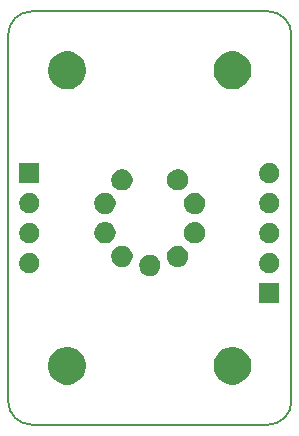
<source format=gbr>
G04 #@! TF.GenerationSoftware,KiCad,Pcbnew,5.1.5-52549c5~84~ubuntu19.10.1*
G04 #@! TF.CreationDate,2020-02-14T19:19:21+02:00*
G04 #@! TF.ProjectId,GB-BRK-TR-A,47422d42-524b-42d5-9452-2d412e6b6963,v1.0*
G04 #@! TF.SameCoordinates,Original*
G04 #@! TF.FileFunction,Soldermask,Top*
G04 #@! TF.FilePolarity,Negative*
%FSLAX46Y46*%
G04 Gerber Fmt 4.6, Leading zero omitted, Abs format (unit mm)*
G04 Created by KiCad (PCBNEW 5.1.5-52549c5~84~ubuntu19.10.1) date 2020-02-14 19:19:21*
%MOMM*%
%LPD*%
G04 APERTURE LIST*
%ADD10C,0.150000*%
%ADD11C,0.100000*%
G04 APERTURE END LIST*
D10*
X53000000Y-85000000D02*
G75*
G02X51000000Y-83000000I0J2000000D01*
G01*
X75000000Y-83000000D02*
G75*
G02X73000000Y-85000000I-2000000J0D01*
G01*
X73000000Y-50000000D02*
G75*
G02X75000000Y-52000000I0J-2000000D01*
G01*
X51000000Y-52000000D02*
G75*
G02X53000000Y-50000000I2000000J0D01*
G01*
X51000000Y-83000000D02*
X51000000Y-52000000D01*
X73000000Y-85000000D02*
X53000000Y-85000000D01*
X75000000Y-52000000D02*
X75000000Y-83000000D01*
X53000000Y-50000000D02*
X73000000Y-50000000D01*
D11*
G36*
X70466703Y-78461487D02*
G01*
X70466705Y-78461488D01*
X70466706Y-78461488D01*
X70757884Y-78582098D01*
X71019941Y-78757199D01*
X71242801Y-78980059D01*
X71417902Y-79242116D01*
X71538512Y-79533294D01*
X71600000Y-79842416D01*
X71600000Y-80157584D01*
X71538512Y-80466706D01*
X71417902Y-80757884D01*
X71242801Y-81019941D01*
X71019941Y-81242801D01*
X70757884Y-81417902D01*
X70466706Y-81538512D01*
X70466705Y-81538512D01*
X70466703Y-81538513D01*
X70157586Y-81600000D01*
X69842414Y-81600000D01*
X69533297Y-81538513D01*
X69533295Y-81538512D01*
X69533294Y-81538512D01*
X69242116Y-81417902D01*
X68980059Y-81242801D01*
X68757199Y-81019941D01*
X68582098Y-80757884D01*
X68461488Y-80466706D01*
X68400000Y-80157584D01*
X68400000Y-79842416D01*
X68461488Y-79533294D01*
X68582098Y-79242116D01*
X68757199Y-78980059D01*
X68980059Y-78757199D01*
X69242116Y-78582098D01*
X69533294Y-78461488D01*
X69533295Y-78461488D01*
X69533297Y-78461487D01*
X69842414Y-78400000D01*
X70157586Y-78400000D01*
X70466703Y-78461487D01*
G37*
G36*
X56466703Y-78461487D02*
G01*
X56466705Y-78461488D01*
X56466706Y-78461488D01*
X56757884Y-78582098D01*
X57019941Y-78757199D01*
X57242801Y-78980059D01*
X57417902Y-79242116D01*
X57538512Y-79533294D01*
X57600000Y-79842416D01*
X57600000Y-80157584D01*
X57538512Y-80466706D01*
X57417902Y-80757884D01*
X57242801Y-81019941D01*
X57019941Y-81242801D01*
X56757884Y-81417902D01*
X56466706Y-81538512D01*
X56466705Y-81538512D01*
X56466703Y-81538513D01*
X56157586Y-81600000D01*
X55842414Y-81600000D01*
X55533297Y-81538513D01*
X55533295Y-81538512D01*
X55533294Y-81538512D01*
X55242116Y-81417902D01*
X54980059Y-81242801D01*
X54757199Y-81019941D01*
X54582098Y-80757884D01*
X54461488Y-80466706D01*
X54400000Y-80157584D01*
X54400000Y-79842416D01*
X54461488Y-79533294D01*
X54582098Y-79242116D01*
X54757199Y-78980059D01*
X54980059Y-78757199D01*
X55242116Y-78582098D01*
X55533294Y-78461488D01*
X55533295Y-78461488D01*
X55533297Y-78461487D01*
X55842414Y-78400000D01*
X56157586Y-78400000D01*
X56466703Y-78461487D01*
G37*
G36*
X73970000Y-74700000D02*
G01*
X72270000Y-74700000D01*
X72270000Y-73000000D01*
X73970000Y-73000000D01*
X73970000Y-74700000D01*
G37*
G36*
X63262520Y-70634586D02*
G01*
X63262522Y-70634587D01*
X63262523Y-70634587D01*
X63299158Y-70649762D01*
X63426310Y-70702430D01*
X63573717Y-70800924D01*
X63699076Y-70926283D01*
X63797570Y-71073690D01*
X63797570Y-71073691D01*
X63860777Y-71226284D01*
X63865414Y-71237480D01*
X63900000Y-71411358D01*
X63900000Y-71588642D01*
X63865414Y-71762520D01*
X63797570Y-71926310D01*
X63699076Y-72073717D01*
X63573717Y-72199076D01*
X63426310Y-72297570D01*
X63323025Y-72340352D01*
X63262523Y-72365413D01*
X63262522Y-72365413D01*
X63262520Y-72365414D01*
X63088642Y-72400000D01*
X62911358Y-72400000D01*
X62737480Y-72365414D01*
X62737478Y-72365413D01*
X62737477Y-72365413D01*
X62676975Y-72340352D01*
X62573690Y-72297570D01*
X62426283Y-72199076D01*
X62300924Y-72073717D01*
X62202430Y-71926310D01*
X62134586Y-71762520D01*
X62100000Y-71588642D01*
X62100000Y-71411358D01*
X62134586Y-71237480D01*
X62139224Y-71226284D01*
X62202430Y-71073691D01*
X62202430Y-71073690D01*
X62300924Y-70926283D01*
X62426283Y-70800924D01*
X62573690Y-70702430D01*
X62700842Y-70649762D01*
X62737477Y-70634587D01*
X62737478Y-70634587D01*
X62737480Y-70634586D01*
X62911358Y-70600000D01*
X63088642Y-70600000D01*
X63262520Y-70634586D01*
G37*
G36*
X53047936Y-70492665D02*
G01*
X53047938Y-70492666D01*
X53047939Y-70492666D01*
X53202628Y-70556740D01*
X53341842Y-70649760D01*
X53460240Y-70768158D01*
X53553260Y-70907372D01*
X53617334Y-71062061D01*
X53617335Y-71062064D01*
X53650000Y-71226282D01*
X53650000Y-71393718D01*
X53640978Y-71439076D01*
X53617334Y-71557939D01*
X53553260Y-71712628D01*
X53460240Y-71851842D01*
X53341842Y-71970240D01*
X53202628Y-72063260D01*
X53047939Y-72127334D01*
X53047938Y-72127334D01*
X53047936Y-72127335D01*
X52883718Y-72160000D01*
X52716282Y-72160000D01*
X52552064Y-72127335D01*
X52552062Y-72127334D01*
X52552061Y-72127334D01*
X52397372Y-72063260D01*
X52258158Y-71970240D01*
X52139760Y-71851842D01*
X52046740Y-71712628D01*
X51982666Y-71557939D01*
X51959023Y-71439076D01*
X51950000Y-71393718D01*
X51950000Y-71226282D01*
X51982665Y-71062064D01*
X51982666Y-71062061D01*
X52046740Y-70907372D01*
X52139760Y-70768158D01*
X52258158Y-70649760D01*
X52397372Y-70556740D01*
X52552061Y-70492666D01*
X52552062Y-70492666D01*
X52552064Y-70492665D01*
X52716282Y-70460000D01*
X52883718Y-70460000D01*
X53047936Y-70492665D01*
G37*
G36*
X73367936Y-70492665D02*
G01*
X73367938Y-70492666D01*
X73367939Y-70492666D01*
X73522628Y-70556740D01*
X73661842Y-70649760D01*
X73780240Y-70768158D01*
X73873260Y-70907372D01*
X73937334Y-71062061D01*
X73937335Y-71062064D01*
X73970000Y-71226282D01*
X73970000Y-71393718D01*
X73960978Y-71439076D01*
X73937334Y-71557939D01*
X73873260Y-71712628D01*
X73780240Y-71851842D01*
X73661842Y-71970240D01*
X73522628Y-72063260D01*
X73367939Y-72127334D01*
X73367938Y-72127334D01*
X73367936Y-72127335D01*
X73203718Y-72160000D01*
X73036282Y-72160000D01*
X72872064Y-72127335D01*
X72872062Y-72127334D01*
X72872061Y-72127334D01*
X72717372Y-72063260D01*
X72578158Y-71970240D01*
X72459760Y-71851842D01*
X72366740Y-71712628D01*
X72302666Y-71557939D01*
X72279023Y-71439076D01*
X72270000Y-71393718D01*
X72270000Y-71226282D01*
X72302665Y-71062064D01*
X72302666Y-71062061D01*
X72366740Y-70907372D01*
X72459760Y-70768158D01*
X72578158Y-70649760D01*
X72717372Y-70556740D01*
X72872061Y-70492666D01*
X72872062Y-70492666D01*
X72872064Y-70492665D01*
X73036282Y-70460000D01*
X73203718Y-70460000D01*
X73367936Y-70492665D01*
G37*
G36*
X60902520Y-69874586D02*
G01*
X60902522Y-69874587D01*
X60902523Y-69874587D01*
X60963025Y-69899648D01*
X61066310Y-69942430D01*
X61213717Y-70040924D01*
X61339076Y-70166283D01*
X61437570Y-70313690D01*
X61505414Y-70477480D01*
X61540000Y-70651358D01*
X61540000Y-70828642D01*
X61505414Y-71002520D01*
X61437570Y-71166310D01*
X61339076Y-71313717D01*
X61213717Y-71439076D01*
X61066310Y-71537570D01*
X60963025Y-71580352D01*
X60902523Y-71605413D01*
X60902522Y-71605413D01*
X60902520Y-71605414D01*
X60728642Y-71640000D01*
X60551358Y-71640000D01*
X60377480Y-71605414D01*
X60377478Y-71605413D01*
X60377477Y-71605413D01*
X60316975Y-71580352D01*
X60213690Y-71537570D01*
X60066283Y-71439076D01*
X59940924Y-71313717D01*
X59842430Y-71166310D01*
X59774586Y-71002520D01*
X59740000Y-70828642D01*
X59740000Y-70651358D01*
X59774586Y-70477480D01*
X59842430Y-70313690D01*
X59940924Y-70166283D01*
X60066283Y-70040924D01*
X60213690Y-69942430D01*
X60316975Y-69899648D01*
X60377477Y-69874587D01*
X60377478Y-69874587D01*
X60377480Y-69874586D01*
X60551358Y-69840000D01*
X60728642Y-69840000D01*
X60902520Y-69874586D01*
G37*
G36*
X65622520Y-69874586D02*
G01*
X65622522Y-69874587D01*
X65622523Y-69874587D01*
X65683025Y-69899648D01*
X65786310Y-69942430D01*
X65933717Y-70040924D01*
X66059076Y-70166283D01*
X66157570Y-70313690D01*
X66225414Y-70477480D01*
X66260000Y-70651358D01*
X66260000Y-70828642D01*
X66225414Y-71002520D01*
X66157570Y-71166310D01*
X66059076Y-71313717D01*
X65933717Y-71439076D01*
X65786310Y-71537570D01*
X65683025Y-71580352D01*
X65622523Y-71605413D01*
X65622522Y-71605413D01*
X65622520Y-71605414D01*
X65448642Y-71640000D01*
X65271358Y-71640000D01*
X65097480Y-71605414D01*
X65097478Y-71605413D01*
X65097477Y-71605413D01*
X65036975Y-71580352D01*
X64933690Y-71537570D01*
X64786283Y-71439076D01*
X64660924Y-71313717D01*
X64562430Y-71166310D01*
X64494586Y-71002520D01*
X64460000Y-70828642D01*
X64460000Y-70651358D01*
X64494586Y-70477480D01*
X64562430Y-70313690D01*
X64660924Y-70166283D01*
X64786283Y-70040924D01*
X64933690Y-69942430D01*
X65036975Y-69899648D01*
X65097477Y-69874587D01*
X65097478Y-69874587D01*
X65097480Y-69874586D01*
X65271358Y-69840000D01*
X65448642Y-69840000D01*
X65622520Y-69874586D01*
G37*
G36*
X67062520Y-67874586D02*
G01*
X67062522Y-67874587D01*
X67062523Y-67874587D01*
X67123025Y-67899648D01*
X67226310Y-67942430D01*
X67373717Y-68040924D01*
X67499076Y-68166283D01*
X67597570Y-68313690D01*
X67665414Y-68477480D01*
X67700000Y-68651358D01*
X67700000Y-68828642D01*
X67695013Y-68853716D01*
X67665413Y-69002523D01*
X67659027Y-69017939D01*
X67597570Y-69166310D01*
X67499076Y-69313717D01*
X67373717Y-69439076D01*
X67226310Y-69537570D01*
X67123025Y-69580352D01*
X67062523Y-69605413D01*
X67062522Y-69605413D01*
X67062520Y-69605414D01*
X66888642Y-69640000D01*
X66711358Y-69640000D01*
X66537480Y-69605414D01*
X66537478Y-69605413D01*
X66537477Y-69605413D01*
X66476975Y-69580352D01*
X66373690Y-69537570D01*
X66226283Y-69439076D01*
X66100924Y-69313717D01*
X66002430Y-69166310D01*
X65940973Y-69017939D01*
X65934587Y-69002523D01*
X65904988Y-68853716D01*
X65900000Y-68828642D01*
X65900000Y-68651358D01*
X65934586Y-68477480D01*
X66002430Y-68313690D01*
X66100924Y-68166283D01*
X66226283Y-68040924D01*
X66373690Y-67942430D01*
X66476975Y-67899648D01*
X66537477Y-67874587D01*
X66537478Y-67874587D01*
X66537480Y-67874586D01*
X66711358Y-67840000D01*
X66888642Y-67840000D01*
X67062520Y-67874586D01*
G37*
G36*
X59462520Y-67874586D02*
G01*
X59462522Y-67874587D01*
X59462523Y-67874587D01*
X59523025Y-67899648D01*
X59626310Y-67942430D01*
X59773717Y-68040924D01*
X59899076Y-68166283D01*
X59997570Y-68313690D01*
X60065414Y-68477480D01*
X60100000Y-68651358D01*
X60100000Y-68828642D01*
X60095013Y-68853716D01*
X60065413Y-69002523D01*
X60059027Y-69017939D01*
X59997570Y-69166310D01*
X59899076Y-69313717D01*
X59773717Y-69439076D01*
X59626310Y-69537570D01*
X59523025Y-69580352D01*
X59462523Y-69605413D01*
X59462522Y-69605413D01*
X59462520Y-69605414D01*
X59288642Y-69640000D01*
X59111358Y-69640000D01*
X58937480Y-69605414D01*
X58937478Y-69605413D01*
X58937477Y-69605413D01*
X58876975Y-69580352D01*
X58773690Y-69537570D01*
X58626283Y-69439076D01*
X58500924Y-69313717D01*
X58402430Y-69166310D01*
X58340973Y-69017939D01*
X58334587Y-69002523D01*
X58304988Y-68853716D01*
X58300000Y-68828642D01*
X58300000Y-68651358D01*
X58334586Y-68477480D01*
X58402430Y-68313690D01*
X58500924Y-68166283D01*
X58626283Y-68040924D01*
X58773690Y-67942430D01*
X58876975Y-67899648D01*
X58937477Y-67874587D01*
X58937478Y-67874587D01*
X58937480Y-67874586D01*
X59111358Y-67840000D01*
X59288642Y-67840000D01*
X59462520Y-67874586D01*
G37*
G36*
X53047936Y-67952665D02*
G01*
X53047938Y-67952666D01*
X53047939Y-67952666D01*
X53202628Y-68016740D01*
X53341842Y-68109760D01*
X53460240Y-68228158D01*
X53553260Y-68367372D01*
X53598868Y-68477480D01*
X53617335Y-68522064D01*
X53650000Y-68686282D01*
X53650000Y-68853718D01*
X53620401Y-69002523D01*
X53617334Y-69017939D01*
X53553260Y-69172628D01*
X53460240Y-69311842D01*
X53341842Y-69430240D01*
X53202628Y-69523260D01*
X53047939Y-69587334D01*
X53047938Y-69587334D01*
X53047936Y-69587335D01*
X52883718Y-69620000D01*
X52716282Y-69620000D01*
X52552064Y-69587335D01*
X52552062Y-69587334D01*
X52552061Y-69587334D01*
X52397372Y-69523260D01*
X52258158Y-69430240D01*
X52139760Y-69311842D01*
X52046740Y-69172628D01*
X51982666Y-69017939D01*
X51979600Y-69002523D01*
X51950000Y-68853718D01*
X51950000Y-68686282D01*
X51982665Y-68522064D01*
X52001132Y-68477480D01*
X52046740Y-68367372D01*
X52139760Y-68228158D01*
X52258158Y-68109760D01*
X52397372Y-68016740D01*
X52552061Y-67952666D01*
X52552062Y-67952666D01*
X52552064Y-67952665D01*
X52716282Y-67920000D01*
X52883718Y-67920000D01*
X53047936Y-67952665D01*
G37*
G36*
X73367936Y-67952665D02*
G01*
X73367938Y-67952666D01*
X73367939Y-67952666D01*
X73522628Y-68016740D01*
X73661842Y-68109760D01*
X73780240Y-68228158D01*
X73873260Y-68367372D01*
X73918868Y-68477480D01*
X73937335Y-68522064D01*
X73970000Y-68686282D01*
X73970000Y-68853718D01*
X73940401Y-69002523D01*
X73937334Y-69017939D01*
X73873260Y-69172628D01*
X73780240Y-69311842D01*
X73661842Y-69430240D01*
X73522628Y-69523260D01*
X73367939Y-69587334D01*
X73367938Y-69587334D01*
X73367936Y-69587335D01*
X73203718Y-69620000D01*
X73036282Y-69620000D01*
X72872064Y-69587335D01*
X72872062Y-69587334D01*
X72872061Y-69587334D01*
X72717372Y-69523260D01*
X72578158Y-69430240D01*
X72459760Y-69311842D01*
X72366740Y-69172628D01*
X72302666Y-69017939D01*
X72299600Y-69002523D01*
X72270000Y-68853718D01*
X72270000Y-68686282D01*
X72302665Y-68522064D01*
X72321132Y-68477480D01*
X72366740Y-68367372D01*
X72459760Y-68228158D01*
X72578158Y-68109760D01*
X72717372Y-68016740D01*
X72872061Y-67952666D01*
X72872062Y-67952666D01*
X72872064Y-67952665D01*
X73036282Y-67920000D01*
X73203718Y-67920000D01*
X73367936Y-67952665D01*
G37*
G36*
X67062520Y-65394586D02*
G01*
X67062522Y-65394587D01*
X67062523Y-65394587D01*
X67106167Y-65412665D01*
X67226310Y-65462430D01*
X67373717Y-65560924D01*
X67499076Y-65686283D01*
X67597570Y-65833690D01*
X67597570Y-65833691D01*
X67659029Y-65982064D01*
X67665414Y-65997480D01*
X67700000Y-66171358D01*
X67700000Y-66348642D01*
X67665414Y-66522520D01*
X67597570Y-66686310D01*
X67499076Y-66833717D01*
X67373717Y-66959076D01*
X67226310Y-67057570D01*
X67172159Y-67080000D01*
X67062523Y-67125413D01*
X67062522Y-67125413D01*
X67062520Y-67125414D01*
X66888642Y-67160000D01*
X66711358Y-67160000D01*
X66537480Y-67125414D01*
X66537478Y-67125413D01*
X66537477Y-67125413D01*
X66427841Y-67080000D01*
X66373690Y-67057570D01*
X66226283Y-66959076D01*
X66100924Y-66833717D01*
X66002430Y-66686310D01*
X65934586Y-66522520D01*
X65900000Y-66348642D01*
X65900000Y-66171358D01*
X65934586Y-65997480D01*
X65940972Y-65982064D01*
X66002430Y-65833691D01*
X66002430Y-65833690D01*
X66100924Y-65686283D01*
X66226283Y-65560924D01*
X66373690Y-65462430D01*
X66493833Y-65412665D01*
X66537477Y-65394587D01*
X66537478Y-65394587D01*
X66537480Y-65394586D01*
X66711358Y-65360000D01*
X66888642Y-65360000D01*
X67062520Y-65394586D01*
G37*
G36*
X59462520Y-65394586D02*
G01*
X59462522Y-65394587D01*
X59462523Y-65394587D01*
X59506167Y-65412665D01*
X59626310Y-65462430D01*
X59773717Y-65560924D01*
X59899076Y-65686283D01*
X59997570Y-65833690D01*
X59997570Y-65833691D01*
X60059029Y-65982064D01*
X60065414Y-65997480D01*
X60100000Y-66171358D01*
X60100000Y-66348642D01*
X60065414Y-66522520D01*
X59997570Y-66686310D01*
X59899076Y-66833717D01*
X59773717Y-66959076D01*
X59626310Y-67057570D01*
X59572159Y-67080000D01*
X59462523Y-67125413D01*
X59462522Y-67125413D01*
X59462520Y-67125414D01*
X59288642Y-67160000D01*
X59111358Y-67160000D01*
X58937480Y-67125414D01*
X58937478Y-67125413D01*
X58937477Y-67125413D01*
X58827841Y-67080000D01*
X58773690Y-67057570D01*
X58626283Y-66959076D01*
X58500924Y-66833717D01*
X58402430Y-66686310D01*
X58334586Y-66522520D01*
X58300000Y-66348642D01*
X58300000Y-66171358D01*
X58334586Y-65997480D01*
X58340972Y-65982064D01*
X58402430Y-65833691D01*
X58402430Y-65833690D01*
X58500924Y-65686283D01*
X58626283Y-65560924D01*
X58773690Y-65462430D01*
X58893833Y-65412665D01*
X58937477Y-65394587D01*
X58937478Y-65394587D01*
X58937480Y-65394586D01*
X59111358Y-65360000D01*
X59288642Y-65360000D01*
X59462520Y-65394586D01*
G37*
G36*
X73367936Y-65412665D02*
G01*
X73367938Y-65412666D01*
X73367939Y-65412666D01*
X73522628Y-65476740D01*
X73661842Y-65569760D01*
X73780240Y-65688158D01*
X73873260Y-65827372D01*
X73875877Y-65833691D01*
X73937335Y-65982064D01*
X73970000Y-66146282D01*
X73970000Y-66313718D01*
X73963054Y-66348640D01*
X73937334Y-66477939D01*
X73873260Y-66632628D01*
X73780240Y-66771842D01*
X73661842Y-66890240D01*
X73522628Y-66983260D01*
X73367939Y-67047334D01*
X73367938Y-67047334D01*
X73367936Y-67047335D01*
X73203718Y-67080000D01*
X73036282Y-67080000D01*
X72872064Y-67047335D01*
X72872062Y-67047334D01*
X72872061Y-67047334D01*
X72717372Y-66983260D01*
X72578158Y-66890240D01*
X72459760Y-66771842D01*
X72366740Y-66632628D01*
X72302666Y-66477939D01*
X72276947Y-66348640D01*
X72270000Y-66313718D01*
X72270000Y-66146282D01*
X72302665Y-65982064D01*
X72364123Y-65833691D01*
X72366740Y-65827372D01*
X72459760Y-65688158D01*
X72578158Y-65569760D01*
X72717372Y-65476740D01*
X72872061Y-65412666D01*
X72872062Y-65412666D01*
X72872064Y-65412665D01*
X73036282Y-65380000D01*
X73203718Y-65380000D01*
X73367936Y-65412665D01*
G37*
G36*
X53047936Y-65412665D02*
G01*
X53047938Y-65412666D01*
X53047939Y-65412666D01*
X53202628Y-65476740D01*
X53341842Y-65569760D01*
X53460240Y-65688158D01*
X53553260Y-65827372D01*
X53555877Y-65833691D01*
X53617335Y-65982064D01*
X53650000Y-66146282D01*
X53650000Y-66313718D01*
X53643054Y-66348640D01*
X53617334Y-66477939D01*
X53553260Y-66632628D01*
X53460240Y-66771842D01*
X53341842Y-66890240D01*
X53202628Y-66983260D01*
X53047939Y-67047334D01*
X53047938Y-67047334D01*
X53047936Y-67047335D01*
X52883718Y-67080000D01*
X52716282Y-67080000D01*
X52552064Y-67047335D01*
X52552062Y-67047334D01*
X52552061Y-67047334D01*
X52397372Y-66983260D01*
X52258158Y-66890240D01*
X52139760Y-66771842D01*
X52046740Y-66632628D01*
X51982666Y-66477939D01*
X51956947Y-66348640D01*
X51950000Y-66313718D01*
X51950000Y-66146282D01*
X51982665Y-65982064D01*
X52044123Y-65833691D01*
X52046740Y-65827372D01*
X52139760Y-65688158D01*
X52258158Y-65569760D01*
X52397372Y-65476740D01*
X52552061Y-65412666D01*
X52552062Y-65412666D01*
X52552064Y-65412665D01*
X52716282Y-65380000D01*
X52883718Y-65380000D01*
X53047936Y-65412665D01*
G37*
G36*
X60902520Y-63394586D02*
G01*
X60902522Y-63394587D01*
X60902523Y-63394587D01*
X60963025Y-63419648D01*
X61066310Y-63462430D01*
X61213717Y-63560924D01*
X61339076Y-63686283D01*
X61437570Y-63833690D01*
X61505414Y-63997480D01*
X61540000Y-64171358D01*
X61540000Y-64348642D01*
X61505414Y-64522520D01*
X61437570Y-64686310D01*
X61339076Y-64833717D01*
X61213717Y-64959076D01*
X61066310Y-65057570D01*
X60963025Y-65100352D01*
X60902523Y-65125413D01*
X60902522Y-65125413D01*
X60902520Y-65125414D01*
X60728642Y-65160000D01*
X60551358Y-65160000D01*
X60377480Y-65125414D01*
X60377478Y-65125413D01*
X60377477Y-65125413D01*
X60316975Y-65100352D01*
X60213690Y-65057570D01*
X60066283Y-64959076D01*
X59940924Y-64833717D01*
X59842430Y-64686310D01*
X59774586Y-64522520D01*
X59740000Y-64348642D01*
X59740000Y-64171358D01*
X59774586Y-63997480D01*
X59842430Y-63833690D01*
X59940924Y-63686283D01*
X60066283Y-63560924D01*
X60213690Y-63462430D01*
X60316975Y-63419648D01*
X60377477Y-63394587D01*
X60377478Y-63394587D01*
X60377480Y-63394586D01*
X60551358Y-63360000D01*
X60728642Y-63360000D01*
X60902520Y-63394586D01*
G37*
G36*
X65622520Y-63394586D02*
G01*
X65622522Y-63394587D01*
X65622523Y-63394587D01*
X65683025Y-63419648D01*
X65786310Y-63462430D01*
X65933717Y-63560924D01*
X66059076Y-63686283D01*
X66157570Y-63833690D01*
X66225414Y-63997480D01*
X66260000Y-64171358D01*
X66260000Y-64348642D01*
X66225414Y-64522520D01*
X66157570Y-64686310D01*
X66059076Y-64833717D01*
X65933717Y-64959076D01*
X65786310Y-65057570D01*
X65683025Y-65100352D01*
X65622523Y-65125413D01*
X65622522Y-65125413D01*
X65622520Y-65125414D01*
X65448642Y-65160000D01*
X65271358Y-65160000D01*
X65097480Y-65125414D01*
X65097478Y-65125413D01*
X65097477Y-65125413D01*
X65036975Y-65100352D01*
X64933690Y-65057570D01*
X64786283Y-64959076D01*
X64660924Y-64833717D01*
X64562430Y-64686310D01*
X64494586Y-64522520D01*
X64460000Y-64348642D01*
X64460000Y-64171358D01*
X64494586Y-63997480D01*
X64562430Y-63833690D01*
X64660924Y-63686283D01*
X64786283Y-63560924D01*
X64933690Y-63462430D01*
X65036975Y-63419648D01*
X65097477Y-63394587D01*
X65097478Y-63394587D01*
X65097480Y-63394586D01*
X65271358Y-63360000D01*
X65448642Y-63360000D01*
X65622520Y-63394586D01*
G37*
G36*
X73367936Y-62872665D02*
G01*
X73367938Y-62872666D01*
X73367939Y-62872666D01*
X73522628Y-62936740D01*
X73661842Y-63029760D01*
X73780240Y-63148158D01*
X73873260Y-63287372D01*
X73937334Y-63442061D01*
X73937335Y-63442064D01*
X73970000Y-63606282D01*
X73970000Y-63773718D01*
X73958071Y-63833691D01*
X73937334Y-63937939D01*
X73873260Y-64092628D01*
X73780240Y-64231842D01*
X73661842Y-64350240D01*
X73522628Y-64443260D01*
X73367939Y-64507334D01*
X73367938Y-64507334D01*
X73367936Y-64507335D01*
X73203718Y-64540000D01*
X73036282Y-64540000D01*
X72872064Y-64507335D01*
X72872062Y-64507334D01*
X72872061Y-64507334D01*
X72717372Y-64443260D01*
X72578158Y-64350240D01*
X72459760Y-64231842D01*
X72366740Y-64092628D01*
X72302666Y-63937939D01*
X72281930Y-63833691D01*
X72270000Y-63773718D01*
X72270000Y-63606282D01*
X72302665Y-63442064D01*
X72302666Y-63442061D01*
X72366740Y-63287372D01*
X72459760Y-63148158D01*
X72578158Y-63029760D01*
X72717372Y-62936740D01*
X72872061Y-62872666D01*
X72872062Y-62872666D01*
X72872064Y-62872665D01*
X73036282Y-62840000D01*
X73203718Y-62840000D01*
X73367936Y-62872665D01*
G37*
G36*
X53650000Y-64540000D02*
G01*
X51950000Y-64540000D01*
X51950000Y-62840000D01*
X53650000Y-62840000D01*
X53650000Y-64540000D01*
G37*
G36*
X56466703Y-53461487D02*
G01*
X56466705Y-53461488D01*
X56466706Y-53461488D01*
X56757884Y-53582098D01*
X57019941Y-53757199D01*
X57242801Y-53980059D01*
X57417902Y-54242116D01*
X57538512Y-54533294D01*
X57600000Y-54842416D01*
X57600000Y-55157584D01*
X57538512Y-55466706D01*
X57417902Y-55757884D01*
X57242801Y-56019941D01*
X57019941Y-56242801D01*
X56757884Y-56417902D01*
X56466706Y-56538512D01*
X56466705Y-56538512D01*
X56466703Y-56538513D01*
X56157586Y-56600000D01*
X55842414Y-56600000D01*
X55533297Y-56538513D01*
X55533295Y-56538512D01*
X55533294Y-56538512D01*
X55242116Y-56417902D01*
X54980059Y-56242801D01*
X54757199Y-56019941D01*
X54582098Y-55757884D01*
X54461488Y-55466706D01*
X54400000Y-55157584D01*
X54400000Y-54842416D01*
X54461488Y-54533294D01*
X54582098Y-54242116D01*
X54757199Y-53980059D01*
X54980059Y-53757199D01*
X55242116Y-53582098D01*
X55533294Y-53461488D01*
X55533295Y-53461488D01*
X55533297Y-53461487D01*
X55842414Y-53400000D01*
X56157586Y-53400000D01*
X56466703Y-53461487D01*
G37*
G36*
X70466703Y-53461487D02*
G01*
X70466705Y-53461488D01*
X70466706Y-53461488D01*
X70757884Y-53582098D01*
X71019941Y-53757199D01*
X71242801Y-53980059D01*
X71417902Y-54242116D01*
X71538512Y-54533294D01*
X71600000Y-54842416D01*
X71600000Y-55157584D01*
X71538512Y-55466706D01*
X71417902Y-55757884D01*
X71242801Y-56019941D01*
X71019941Y-56242801D01*
X70757884Y-56417902D01*
X70466706Y-56538512D01*
X70466705Y-56538512D01*
X70466703Y-56538513D01*
X70157586Y-56600000D01*
X69842414Y-56600000D01*
X69533297Y-56538513D01*
X69533295Y-56538512D01*
X69533294Y-56538512D01*
X69242116Y-56417902D01*
X68980059Y-56242801D01*
X68757199Y-56019941D01*
X68582098Y-55757884D01*
X68461488Y-55466706D01*
X68400000Y-55157584D01*
X68400000Y-54842416D01*
X68461488Y-54533294D01*
X68582098Y-54242116D01*
X68757199Y-53980059D01*
X68980059Y-53757199D01*
X69242116Y-53582098D01*
X69533294Y-53461488D01*
X69533295Y-53461488D01*
X69533297Y-53461487D01*
X69842414Y-53400000D01*
X70157586Y-53400000D01*
X70466703Y-53461487D01*
G37*
M02*

</source>
